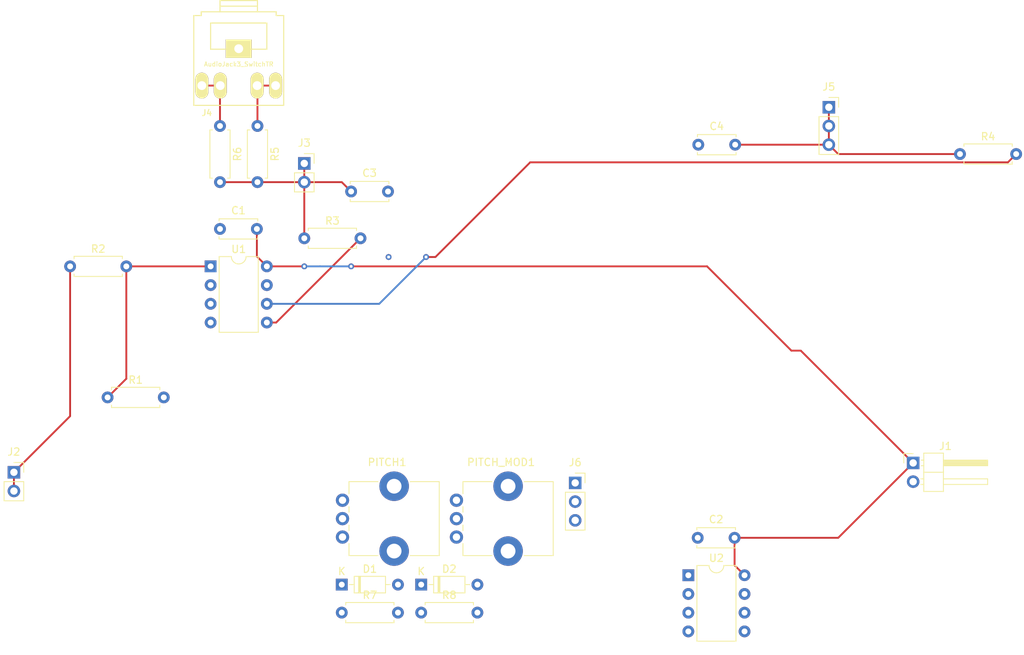
<source format=kicad_pcb>
(kicad_pcb (version 20171130) (host pcbnew "(5.1.9)-1")

  (general
    (thickness 1.6)
    (drawings 0)
    (tracks 48)
    (zones 0)
    (modules 24)
    (nets 23)
  )

  (page A4)
  (layers
    (0 F.Cu signal)
    (31 B.Cu signal)
    (32 B.Adhes user)
    (33 F.Adhes user)
    (34 B.Paste user)
    (35 F.Paste user)
    (36 B.SilkS user)
    (37 F.SilkS user)
    (38 B.Mask user)
    (39 F.Mask user)
    (40 Dwgs.User user)
    (41 Cmts.User user)
    (42 Eco1.User user)
    (43 Eco2.User user)
    (44 Edge.Cuts user)
    (45 Margin user)
    (46 B.CrtYd user)
    (47 F.CrtYd user)
    (48 B.Fab user)
    (49 F.Fab user)
  )

  (setup
    (last_trace_width 0.25)
    (trace_clearance 0.2)
    (zone_clearance 0.508)
    (zone_45_only yes)
    (trace_min 0.2)
    (via_size 0.8)
    (via_drill 0.4)
    (via_min_size 0.4)
    (via_min_drill 0.3)
    (uvia_size 0.3)
    (uvia_drill 0.1)
    (uvias_allowed no)
    (uvia_min_size 0.2)
    (uvia_min_drill 0.1)
    (edge_width 0.05)
    (segment_width 0.2)
    (pcb_text_width 0.3)
    (pcb_text_size 1.5 1.5)
    (mod_edge_width 0.12)
    (mod_text_size 1 1)
    (mod_text_width 0.15)
    (pad_size 1.524 1.524)
    (pad_drill 0.762)
    (pad_to_mask_clearance 0)
    (aux_axis_origin 0 0)
    (visible_elements 7FFFFFFF)
    (pcbplotparams
      (layerselection 0x010fc_ffffffff)
      (usegerberextensions false)
      (usegerberattributes true)
      (usegerberadvancedattributes true)
      (creategerberjobfile true)
      (excludeedgelayer true)
      (linewidth 0.100000)
      (plotframeref false)
      (viasonmask false)
      (mode 1)
      (useauxorigin false)
      (hpglpennumber 1)
      (hpglpenspeed 20)
      (hpglpendiameter 15.000000)
      (psnegative false)
      (psa4output false)
      (plotreference true)
      (plotvalue true)
      (plotinvisibletext false)
      (padsonsilk false)
      (subtractmaskfromsilk false)
      (outputformat 1)
      (mirror false)
      (drillshape 1)
      (scaleselection 1)
      (outputdirectory ""))
  )

  (net 0 "")
  (net 1 GND)
  (net 2 VCC)
  (net 3 "Net-(U2-Pad7)")
  (net 4 "Net-(U2-Pad3)")
  (net 5 "Net-(U2-Pad6)")
  (net 6 "Net-(U2-Pad2)")
  (net 7 "Net-(U2-Pad5)")
  (net 8 "Net-(U2-Pad1)")
  (net 9 "Net-(J2-Pad1)")
  (net 10 "Net-(R1-Pad1)")
  (net 11 "Net-(C3-Pad1)")
  (net 12 "Net-(C4-Pad2)")
  (net 13 "Net-(R3-Pad2)")
  (net 14 "Net-(R4-Pad2)")
  (net 15 "Net-(J4-PadR)")
  (net 16 "Net-(J4-PadT)")
  (net 17 WS_2_Mix)
  (net 18 Pitch_Mix)
  (net 19 WS_1_Mix)
  (net 20 "Net-(D1-Pad2)")
  (net 21 "Net-(D2-Pad2)")
  (net 22 "Net-(J6-Pad1)")

  (net_class Default "This is the default net class."
    (clearance 0.2)
    (trace_width 0.25)
    (via_dia 0.8)
    (via_drill 0.4)
    (uvia_dia 0.3)
    (uvia_drill 0.1)
    (add_net GND)
    (add_net "Net-(C3-Pad1)")
    (add_net "Net-(C4-Pad2)")
    (add_net "Net-(D1-Pad2)")
    (add_net "Net-(D2-Pad2)")
    (add_net "Net-(J2-Pad1)")
    (add_net "Net-(J4-PadR)")
    (add_net "Net-(J4-PadT)")
    (add_net "Net-(J6-Pad1)")
    (add_net "Net-(R1-Pad1)")
    (add_net "Net-(R3-Pad2)")
    (add_net "Net-(R4-Pad2)")
    (add_net "Net-(U2-Pad1)")
    (add_net "Net-(U2-Pad2)")
    (add_net "Net-(U2-Pad3)")
    (add_net "Net-(U2-Pad5)")
    (add_net "Net-(U2-Pad6)")
    (add_net "Net-(U2-Pad7)")
    (add_net Pitch_Mix)
    (add_net VCC)
    (add_net WS_1_Mix)
    (add_net WS_2_Mix)
  )

  (module Resistor_THT:R_Axial_DIN0207_L6.3mm_D2.5mm_P7.62mm_Horizontal (layer F.Cu) (tedit 5AE5139B) (tstamp 601C288A)
    (at 196.19 119.37)
    (descr "Resistor, Axial_DIN0207 series, Axial, Horizontal, pin pitch=7.62mm, 0.25W = 1/4W, length*diameter=6.3*2.5mm^2, http://cdn-reichelt.de/documents/datenblatt/B400/1_4W%23YAG.pdf")
    (tags "Resistor Axial_DIN0207 series Axial Horizontal pin pitch 7.62mm 0.25W = 1/4W length 6.3mm diameter 2.5mm")
    (path /601C7E09)
    (fp_text reference R8 (at 3.81 -2.37) (layer F.SilkS)
      (effects (font (size 1 1) (thickness 0.15)))
    )
    (fp_text value 1M (at 3.81 2.37) (layer F.Fab)
      (effects (font (size 1 1) (thickness 0.15)))
    )
    (fp_text user %R (at 3.81 0) (layer F.Fab)
      (effects (font (size 1 1) (thickness 0.15)))
    )
    (fp_line (start 0.66 -1.25) (end 0.66 1.25) (layer F.Fab) (width 0.1))
    (fp_line (start 0.66 1.25) (end 6.96 1.25) (layer F.Fab) (width 0.1))
    (fp_line (start 6.96 1.25) (end 6.96 -1.25) (layer F.Fab) (width 0.1))
    (fp_line (start 6.96 -1.25) (end 0.66 -1.25) (layer F.Fab) (width 0.1))
    (fp_line (start 0 0) (end 0.66 0) (layer F.Fab) (width 0.1))
    (fp_line (start 7.62 0) (end 6.96 0) (layer F.Fab) (width 0.1))
    (fp_line (start 0.54 -1.04) (end 0.54 -1.37) (layer F.SilkS) (width 0.12))
    (fp_line (start 0.54 -1.37) (end 7.08 -1.37) (layer F.SilkS) (width 0.12))
    (fp_line (start 7.08 -1.37) (end 7.08 -1.04) (layer F.SilkS) (width 0.12))
    (fp_line (start 0.54 1.04) (end 0.54 1.37) (layer F.SilkS) (width 0.12))
    (fp_line (start 0.54 1.37) (end 7.08 1.37) (layer F.SilkS) (width 0.12))
    (fp_line (start 7.08 1.37) (end 7.08 1.04) (layer F.SilkS) (width 0.12))
    (fp_line (start -1.05 -1.5) (end -1.05 1.5) (layer F.CrtYd) (width 0.05))
    (fp_line (start -1.05 1.5) (end 8.67 1.5) (layer F.CrtYd) (width 0.05))
    (fp_line (start 8.67 1.5) (end 8.67 -1.5) (layer F.CrtYd) (width 0.05))
    (fp_line (start 8.67 -1.5) (end -1.05 -1.5) (layer F.CrtYd) (width 0.05))
    (pad 2 thru_hole oval (at 7.62 0) (size 1.6 1.6) (drill 0.8) (layers *.Cu *.Mask)
      (net 1 GND))
    (pad 1 thru_hole circle (at 0 0) (size 1.6 1.6) (drill 0.8) (layers *.Cu *.Mask)
      (net 18 Pitch_Mix))
    (model ${KISYS3DMOD}/Resistor_THT.3dshapes/R_Axial_DIN0207_L6.3mm_D2.5mm_P7.62mm_Horizontal.wrl
      (at (xyz 0 0 0))
      (scale (xyz 1 1 1))
      (rotate (xyz 0 0 0))
    )
  )

  (module Resistor_THT:R_Axial_DIN0207_L6.3mm_D2.5mm_P7.62mm_Horizontal (layer F.Cu) (tedit 5AE5139B) (tstamp 601C2873)
    (at 185.42 119.37)
    (descr "Resistor, Axial_DIN0207 series, Axial, Horizontal, pin pitch=7.62mm, 0.25W = 1/4W, length*diameter=6.3*2.5mm^2, http://cdn-reichelt.de/documents/datenblatt/B400/1_4W%23YAG.pdf")
    (tags "Resistor Axial_DIN0207 series Axial Horizontal pin pitch 7.62mm 0.25W = 1/4W length 6.3mm diameter 2.5mm")
    (path /601C55E8)
    (fp_text reference R7 (at 3.81 -2.37) (layer F.SilkS)
      (effects (font (size 1 1) (thickness 0.15)))
    )
    (fp_text value 100K (at 3.81 2.37) (layer F.Fab)
      (effects (font (size 1 1) (thickness 0.15)))
    )
    (fp_text user %R (at 3.81 0) (layer F.Fab)
      (effects (font (size 1 1) (thickness 0.15)))
    )
    (fp_line (start 0.66 -1.25) (end 0.66 1.25) (layer F.Fab) (width 0.1))
    (fp_line (start 0.66 1.25) (end 6.96 1.25) (layer F.Fab) (width 0.1))
    (fp_line (start 6.96 1.25) (end 6.96 -1.25) (layer F.Fab) (width 0.1))
    (fp_line (start 6.96 -1.25) (end 0.66 -1.25) (layer F.Fab) (width 0.1))
    (fp_line (start 0 0) (end 0.66 0) (layer F.Fab) (width 0.1))
    (fp_line (start 7.62 0) (end 6.96 0) (layer F.Fab) (width 0.1))
    (fp_line (start 0.54 -1.04) (end 0.54 -1.37) (layer F.SilkS) (width 0.12))
    (fp_line (start 0.54 -1.37) (end 7.08 -1.37) (layer F.SilkS) (width 0.12))
    (fp_line (start 7.08 -1.37) (end 7.08 -1.04) (layer F.SilkS) (width 0.12))
    (fp_line (start 0.54 1.04) (end 0.54 1.37) (layer F.SilkS) (width 0.12))
    (fp_line (start 0.54 1.37) (end 7.08 1.37) (layer F.SilkS) (width 0.12))
    (fp_line (start 7.08 1.37) (end 7.08 1.04) (layer F.SilkS) (width 0.12))
    (fp_line (start -1.05 -1.5) (end -1.05 1.5) (layer F.CrtYd) (width 0.05))
    (fp_line (start -1.05 1.5) (end 8.67 1.5) (layer F.CrtYd) (width 0.05))
    (fp_line (start 8.67 1.5) (end 8.67 -1.5) (layer F.CrtYd) (width 0.05))
    (fp_line (start 8.67 -1.5) (end -1.05 -1.5) (layer F.CrtYd) (width 0.05))
    (pad 2 thru_hole oval (at 7.62 0) (size 1.6 1.6) (drill 0.8) (layers *.Cu *.Mask)
      (net 21 "Net-(D2-Pad2)"))
    (pad 1 thru_hole circle (at 0 0) (size 1.6 1.6) (drill 0.8) (layers *.Cu *.Mask)
      (net 20 "Net-(D1-Pad2)"))
    (model ${KISYS3DMOD}/Resistor_THT.3dshapes/R_Axial_DIN0207_L6.3mm_D2.5mm_P7.62mm_Horizontal.wrl
      (at (xyz 0 0 0))
      (scale (xyz 1 1 1))
      (rotate (xyz 0 0 0))
    )
  )

  (module Potentiometer_THT:Potentiometer_Alps_RK09K_Single_Vertical (layer F.Cu) (tedit 5A3D4993) (tstamp 601C276A)
    (at 200.97 109.12)
    (descr "Potentiometer, vertical, Alps RK09K Single, http://www.alps.com/prod/info/E/HTML/Potentiometer/RotaryPotentiometers/RK09K/RK09K_list.html")
    (tags "Potentiometer vertical Alps RK09K Single")
    (path /601C9190)
    (fp_text reference PITCH_MOD1 (at 6.05 -10.15) (layer F.SilkS)
      (effects (font (size 1 1) (thickness 0.15)))
    )
    (fp_text value B100K (at 6.05 5.15) (layer F.Fab)
      (effects (font (size 1 1) (thickness 0.15)))
    )
    (fp_text user %R (at 2 -2.5 90) (layer F.Fab)
      (effects (font (size 1 1) (thickness 0.15)))
    )
    (fp_circle (center 7.5 -2.5) (end 10.5 -2.5) (layer F.Fab) (width 0.1))
    (fp_line (start 1 -7.4) (end 1 2.4) (layer F.Fab) (width 0.1))
    (fp_line (start 1 2.4) (end 13 2.4) (layer F.Fab) (width 0.1))
    (fp_line (start 13 2.4) (end 13 -7.4) (layer F.Fab) (width 0.1))
    (fp_line (start 13 -7.4) (end 1 -7.4) (layer F.Fab) (width 0.1))
    (fp_line (start 0.88 -7.521) (end 4.817 -7.521) (layer F.SilkS) (width 0.12))
    (fp_line (start 9.184 -7.521) (end 13.12 -7.521) (layer F.SilkS) (width 0.12))
    (fp_line (start 0.88 2.52) (end 4.817 2.52) (layer F.SilkS) (width 0.12))
    (fp_line (start 9.184 2.52) (end 13.12 2.52) (layer F.SilkS) (width 0.12))
    (fp_line (start 0.88 -7.521) (end 0.88 -5.871) (layer F.SilkS) (width 0.12))
    (fp_line (start 0.88 -4.129) (end 0.88 -3.37) (layer F.SilkS) (width 0.12))
    (fp_line (start 0.88 -1.629) (end 0.88 -0.87) (layer F.SilkS) (width 0.12))
    (fp_line (start 0.88 0.87) (end 0.88 2.52) (layer F.SilkS) (width 0.12))
    (fp_line (start 13.12 -7.521) (end 13.12 2.52) (layer F.SilkS) (width 0.12))
    (fp_line (start -1.15 -9.15) (end -1.15 4.15) (layer F.CrtYd) (width 0.05))
    (fp_line (start -1.15 4.15) (end 13.25 4.15) (layer F.CrtYd) (width 0.05))
    (fp_line (start 13.25 4.15) (end 13.25 -9.15) (layer F.CrtYd) (width 0.05))
    (fp_line (start 13.25 -9.15) (end -1.15 -9.15) (layer F.CrtYd) (width 0.05))
    (pad "" np_thru_hole circle (at 7 1.9) (size 4 4) (drill 2) (layers *.Cu *.Mask))
    (pad "" np_thru_hole circle (at 7 -6.9) (size 4 4) (drill 2) (layers *.Cu *.Mask))
    (pad 1 thru_hole circle (at 0 0) (size 1.8 1.8) (drill 1) (layers *.Cu *.Mask)
      (net 22 "Net-(J6-Pad1)"))
    (pad 2 thru_hole circle (at 0 -2.5) (size 1.8 1.8) (drill 1) (layers *.Cu *.Mask)
      (net 21 "Net-(D2-Pad2)"))
    (pad 3 thru_hole circle (at 0 -5) (size 1.8 1.8) (drill 1) (layers *.Cu *.Mask)
      (net 1 GND))
    (model ${KISYS3DMOD}/Potentiometer_THT.3dshapes/Potentiometer_Alps_RK09K_Single_Vertical.wrl
      (at (xyz 0 0 0))
      (scale (xyz 1 1 1))
      (rotate (xyz 0 0 0))
    )
  )

  (module Potentiometer_THT:Potentiometer_Alps_RK09K_Single_Vertical (layer F.Cu) (tedit 5A3D4993) (tstamp 601C274E)
    (at 185.52 109.12)
    (descr "Potentiometer, vertical, Alps RK09K Single, http://www.alps.com/prod/info/E/HTML/Potentiometer/RotaryPotentiometers/RK09K/RK09K_list.html")
    (tags "Potentiometer vertical Alps RK09K Single")
    (path /601C1C47)
    (fp_text reference PITCH1 (at 6.05 -10.15) (layer F.SilkS)
      (effects (font (size 1 1) (thickness 0.15)))
    )
    (fp_text value B100K (at 6.05 5.15) (layer F.Fab)
      (effects (font (size 1 1) (thickness 0.15)))
    )
    (fp_text user %R (at 2 -2.5 90) (layer F.Fab)
      (effects (font (size 1 1) (thickness 0.15)))
    )
    (fp_circle (center 7.5 -2.5) (end 10.5 -2.5) (layer F.Fab) (width 0.1))
    (fp_line (start 1 -7.4) (end 1 2.4) (layer F.Fab) (width 0.1))
    (fp_line (start 1 2.4) (end 13 2.4) (layer F.Fab) (width 0.1))
    (fp_line (start 13 2.4) (end 13 -7.4) (layer F.Fab) (width 0.1))
    (fp_line (start 13 -7.4) (end 1 -7.4) (layer F.Fab) (width 0.1))
    (fp_line (start 0.88 -7.521) (end 4.817 -7.521) (layer F.SilkS) (width 0.12))
    (fp_line (start 9.184 -7.521) (end 13.12 -7.521) (layer F.SilkS) (width 0.12))
    (fp_line (start 0.88 2.52) (end 4.817 2.52) (layer F.SilkS) (width 0.12))
    (fp_line (start 9.184 2.52) (end 13.12 2.52) (layer F.SilkS) (width 0.12))
    (fp_line (start 0.88 -7.521) (end 0.88 -5.871) (layer F.SilkS) (width 0.12))
    (fp_line (start 0.88 -4.129) (end 0.88 -3.37) (layer F.SilkS) (width 0.12))
    (fp_line (start 0.88 -1.629) (end 0.88 -0.87) (layer F.SilkS) (width 0.12))
    (fp_line (start 0.88 0.87) (end 0.88 2.52) (layer F.SilkS) (width 0.12))
    (fp_line (start 13.12 -7.521) (end 13.12 2.52) (layer F.SilkS) (width 0.12))
    (fp_line (start -1.15 -9.15) (end -1.15 4.15) (layer F.CrtYd) (width 0.05))
    (fp_line (start -1.15 4.15) (end 13.25 4.15) (layer F.CrtYd) (width 0.05))
    (fp_line (start 13.25 4.15) (end 13.25 -9.15) (layer F.CrtYd) (width 0.05))
    (fp_line (start 13.25 -9.15) (end -1.15 -9.15) (layer F.CrtYd) (width 0.05))
    (pad "" np_thru_hole circle (at 7 1.9) (size 4 4) (drill 2) (layers *.Cu *.Mask))
    (pad "" np_thru_hole circle (at 7 -6.9) (size 4 4) (drill 2) (layers *.Cu *.Mask))
    (pad 1 thru_hole circle (at 0 0) (size 1.8 1.8) (drill 1) (layers *.Cu *.Mask)
      (net 2 VCC))
    (pad 2 thru_hole circle (at 0 -2.5) (size 1.8 1.8) (drill 1) (layers *.Cu *.Mask)
      (net 20 "Net-(D1-Pad2)"))
    (pad 3 thru_hole circle (at 0 -5) (size 1.8 1.8) (drill 1) (layers *.Cu *.Mask)
      (net 1 GND))
    (model ${KISYS3DMOD}/Potentiometer_THT.3dshapes/Potentiometer_Alps_RK09K_Single_Vertical.wrl
      (at (xyz 0 0 0))
      (scale (xyz 1 1 1))
      (rotate (xyz 0 0 0))
    )
  )

  (module Connector_PinSocket_2.54mm:PinSocket_1x03_P2.54mm_Vertical (layer F.Cu) (tedit 5A19A429) (tstamp 601C2732)
    (at 217.07 101.77)
    (descr "Through hole straight socket strip, 1x03, 2.54mm pitch, single row (from Kicad 4.0.7), script generated")
    (tags "Through hole socket strip THT 1x03 2.54mm single row")
    (path /601C9A35)
    (fp_text reference J6 (at 0 -2.77) (layer F.SilkS)
      (effects (font (size 1 1) (thickness 0.15)))
    )
    (fp_text value P_PITCH (at 0 7.85) (layer F.Fab)
      (effects (font (size 1 1) (thickness 0.15)))
    )
    (fp_text user %R (at 0 2.54 90) (layer F.Fab)
      (effects (font (size 1 1) (thickness 0.15)))
    )
    (fp_line (start -1.27 -1.27) (end 0.635 -1.27) (layer F.Fab) (width 0.1))
    (fp_line (start 0.635 -1.27) (end 1.27 -0.635) (layer F.Fab) (width 0.1))
    (fp_line (start 1.27 -0.635) (end 1.27 6.35) (layer F.Fab) (width 0.1))
    (fp_line (start 1.27 6.35) (end -1.27 6.35) (layer F.Fab) (width 0.1))
    (fp_line (start -1.27 6.35) (end -1.27 -1.27) (layer F.Fab) (width 0.1))
    (fp_line (start -1.33 1.27) (end 1.33 1.27) (layer F.SilkS) (width 0.12))
    (fp_line (start -1.33 1.27) (end -1.33 6.41) (layer F.SilkS) (width 0.12))
    (fp_line (start -1.33 6.41) (end 1.33 6.41) (layer F.SilkS) (width 0.12))
    (fp_line (start 1.33 1.27) (end 1.33 6.41) (layer F.SilkS) (width 0.12))
    (fp_line (start 1.33 -1.33) (end 1.33 0) (layer F.SilkS) (width 0.12))
    (fp_line (start 0 -1.33) (end 1.33 -1.33) (layer F.SilkS) (width 0.12))
    (fp_line (start -1.8 -1.8) (end 1.75 -1.8) (layer F.CrtYd) (width 0.05))
    (fp_line (start 1.75 -1.8) (end 1.75 6.85) (layer F.CrtYd) (width 0.05))
    (fp_line (start 1.75 6.85) (end -1.8 6.85) (layer F.CrtYd) (width 0.05))
    (fp_line (start -1.8 6.85) (end -1.8 -1.8) (layer F.CrtYd) (width 0.05))
    (pad 3 thru_hole oval (at 0 5.08) (size 1.7 1.7) (drill 1) (layers *.Cu *.Mask)
      (net 22 "Net-(J6-Pad1)"))
    (pad 2 thru_hole oval (at 0 2.54) (size 1.7 1.7) (drill 1) (layers *.Cu *.Mask)
      (net 22 "Net-(J6-Pad1)"))
    (pad 1 thru_hole rect (at 0 0) (size 1.7 1.7) (drill 1) (layers *.Cu *.Mask)
      (net 22 "Net-(J6-Pad1)"))
    (model ${KISYS3DMOD}/Connector_PinSocket_2.54mm.3dshapes/PinSocket_1x03_P2.54mm_Vertical.wrl
      (at (xyz 0 0 0))
      (scale (xyz 1 1 1))
      (rotate (xyz 0 0 0))
    )
  )

  (module Diode_THT:D_DO-35_SOD27_P7.62mm_Horizontal (layer F.Cu) (tedit 5AE50CD5) (tstamp 601C2618)
    (at 196.19 115.57)
    (descr "Diode, DO-35_SOD27 series, Axial, Horizontal, pin pitch=7.62mm, , length*diameter=4*2mm^2, , http://www.diodes.com/_files/packages/DO-35.pdf")
    (tags "Diode DO-35_SOD27 series Axial Horizontal pin pitch 7.62mm  length 4mm diameter 2mm")
    (path /601C516D)
    (fp_text reference D2 (at 3.81 -2.12) (layer F.SilkS)
      (effects (font (size 1 1) (thickness 0.15)))
    )
    (fp_text value "Zener 5V1" (at 3.81 2.12) (layer F.Fab)
      (effects (font (size 1 1) (thickness 0.15)))
    )
    (fp_text user K (at 0 -1.8) (layer F.SilkS)
      (effects (font (size 1 1) (thickness 0.15)))
    )
    (fp_text user K (at 0 -1.8) (layer F.Fab)
      (effects (font (size 1 1) (thickness 0.15)))
    )
    (fp_text user %R (at 4.11 0) (layer F.Fab)
      (effects (font (size 0.8 0.8) (thickness 0.12)))
    )
    (fp_line (start 1.81 -1) (end 1.81 1) (layer F.Fab) (width 0.1))
    (fp_line (start 1.81 1) (end 5.81 1) (layer F.Fab) (width 0.1))
    (fp_line (start 5.81 1) (end 5.81 -1) (layer F.Fab) (width 0.1))
    (fp_line (start 5.81 -1) (end 1.81 -1) (layer F.Fab) (width 0.1))
    (fp_line (start 0 0) (end 1.81 0) (layer F.Fab) (width 0.1))
    (fp_line (start 7.62 0) (end 5.81 0) (layer F.Fab) (width 0.1))
    (fp_line (start 2.41 -1) (end 2.41 1) (layer F.Fab) (width 0.1))
    (fp_line (start 2.51 -1) (end 2.51 1) (layer F.Fab) (width 0.1))
    (fp_line (start 2.31 -1) (end 2.31 1) (layer F.Fab) (width 0.1))
    (fp_line (start 1.69 -1.12) (end 1.69 1.12) (layer F.SilkS) (width 0.12))
    (fp_line (start 1.69 1.12) (end 5.93 1.12) (layer F.SilkS) (width 0.12))
    (fp_line (start 5.93 1.12) (end 5.93 -1.12) (layer F.SilkS) (width 0.12))
    (fp_line (start 5.93 -1.12) (end 1.69 -1.12) (layer F.SilkS) (width 0.12))
    (fp_line (start 1.04 0) (end 1.69 0) (layer F.SilkS) (width 0.12))
    (fp_line (start 6.58 0) (end 5.93 0) (layer F.SilkS) (width 0.12))
    (fp_line (start 2.41 -1.12) (end 2.41 1.12) (layer F.SilkS) (width 0.12))
    (fp_line (start 2.53 -1.12) (end 2.53 1.12) (layer F.SilkS) (width 0.12))
    (fp_line (start 2.29 -1.12) (end 2.29 1.12) (layer F.SilkS) (width 0.12))
    (fp_line (start -1.05 -1.25) (end -1.05 1.25) (layer F.CrtYd) (width 0.05))
    (fp_line (start -1.05 1.25) (end 8.67 1.25) (layer F.CrtYd) (width 0.05))
    (fp_line (start 8.67 1.25) (end 8.67 -1.25) (layer F.CrtYd) (width 0.05))
    (fp_line (start 8.67 -1.25) (end -1.05 -1.25) (layer F.CrtYd) (width 0.05))
    (pad 2 thru_hole oval (at 7.62 0) (size 1.6 1.6) (drill 0.8) (layers *.Cu *.Mask)
      (net 21 "Net-(D2-Pad2)"))
    (pad 1 thru_hole rect (at 0 0) (size 1.6 1.6) (drill 0.8) (layers *.Cu *.Mask)
      (net 18 Pitch_Mix))
    (model ${KISYS3DMOD}/Diode_THT.3dshapes/D_DO-35_SOD27_P7.62mm_Horizontal.wrl
      (at (xyz 0 0 0))
      (scale (xyz 1 1 1))
      (rotate (xyz 0 0 0))
    )
  )

  (module Diode_THT:D_DO-35_SOD27_P7.62mm_Horizontal (layer F.Cu) (tedit 5AE50CD5) (tstamp 601C25F9)
    (at 185.42 115.57)
    (descr "Diode, DO-35_SOD27 series, Axial, Horizontal, pin pitch=7.62mm, , length*diameter=4*2mm^2, , http://www.diodes.com/_files/packages/DO-35.pdf")
    (tags "Diode DO-35_SOD27 series Axial Horizontal pin pitch 7.62mm  length 4mm diameter 2mm")
    (path /601C40FE)
    (fp_text reference D1 (at 3.81 -2.12) (layer F.SilkS)
      (effects (font (size 1 1) (thickness 0.15)))
    )
    (fp_text value "Zener 5V1" (at 3.81 2.12) (layer F.Fab)
      (effects (font (size 1 1) (thickness 0.15)))
    )
    (fp_text user K (at 0 -1.8) (layer F.SilkS)
      (effects (font (size 1 1) (thickness 0.15)))
    )
    (fp_text user K (at 0 -1.8) (layer F.Fab)
      (effects (font (size 1 1) (thickness 0.15)))
    )
    (fp_text user %R (at 4.11 0) (layer F.Fab)
      (effects (font (size 0.8 0.8) (thickness 0.12)))
    )
    (fp_line (start 1.81 -1) (end 1.81 1) (layer F.Fab) (width 0.1))
    (fp_line (start 1.81 1) (end 5.81 1) (layer F.Fab) (width 0.1))
    (fp_line (start 5.81 1) (end 5.81 -1) (layer F.Fab) (width 0.1))
    (fp_line (start 5.81 -1) (end 1.81 -1) (layer F.Fab) (width 0.1))
    (fp_line (start 0 0) (end 1.81 0) (layer F.Fab) (width 0.1))
    (fp_line (start 7.62 0) (end 5.81 0) (layer F.Fab) (width 0.1))
    (fp_line (start 2.41 -1) (end 2.41 1) (layer F.Fab) (width 0.1))
    (fp_line (start 2.51 -1) (end 2.51 1) (layer F.Fab) (width 0.1))
    (fp_line (start 2.31 -1) (end 2.31 1) (layer F.Fab) (width 0.1))
    (fp_line (start 1.69 -1.12) (end 1.69 1.12) (layer F.SilkS) (width 0.12))
    (fp_line (start 1.69 1.12) (end 5.93 1.12) (layer F.SilkS) (width 0.12))
    (fp_line (start 5.93 1.12) (end 5.93 -1.12) (layer F.SilkS) (width 0.12))
    (fp_line (start 5.93 -1.12) (end 1.69 -1.12) (layer F.SilkS) (width 0.12))
    (fp_line (start 1.04 0) (end 1.69 0) (layer F.SilkS) (width 0.12))
    (fp_line (start 6.58 0) (end 5.93 0) (layer F.SilkS) (width 0.12))
    (fp_line (start 2.41 -1.12) (end 2.41 1.12) (layer F.SilkS) (width 0.12))
    (fp_line (start 2.53 -1.12) (end 2.53 1.12) (layer F.SilkS) (width 0.12))
    (fp_line (start 2.29 -1.12) (end 2.29 1.12) (layer F.SilkS) (width 0.12))
    (fp_line (start -1.05 -1.25) (end -1.05 1.25) (layer F.CrtYd) (width 0.05))
    (fp_line (start -1.05 1.25) (end 8.67 1.25) (layer F.CrtYd) (width 0.05))
    (fp_line (start 8.67 1.25) (end 8.67 -1.25) (layer F.CrtYd) (width 0.05))
    (fp_line (start 8.67 -1.25) (end -1.05 -1.25) (layer F.CrtYd) (width 0.05))
    (pad 2 thru_hole oval (at 7.62 0) (size 1.6 1.6) (drill 0.8) (layers *.Cu *.Mask)
      (net 20 "Net-(D1-Pad2)"))
    (pad 1 thru_hole rect (at 0 0) (size 1.6 1.6) (drill 0.8) (layers *.Cu *.Mask)
      (net 18 Pitch_Mix))
    (model ${KISYS3DMOD}/Diode_THT.3dshapes/D_DO-35_SOD27_P7.62mm_Horizontal.wrl
      (at (xyz 0 0 0))
      (scale (xyz 1 1 1))
      (rotate (xyz 0 0 0))
    )
  )

  (module Package_DIP:DIP-8_W7.62mm (layer F.Cu) (tedit 5A02E8C5) (tstamp 601B6415)
    (at 232.41 114.3)
    (descr "8-lead though-hole mounted DIP package, row spacing 7.62 mm (300 mils)")
    (tags "THT DIP DIL PDIP 2.54mm 7.62mm 300mil")
    (path /601AC065)
    (fp_text reference U2 (at 3.81 -2.33) (layer F.SilkS)
      (effects (font (size 1 1) (thickness 0.15)))
    )
    (fp_text value ATtiny85-LFO (at 3.81 9.95) (layer F.Fab)
      (effects (font (size 1 1) (thickness 0.15)))
    )
    (fp_line (start 8.7 -1.55) (end -1.1 -1.55) (layer F.CrtYd) (width 0.05))
    (fp_line (start 8.7 9.15) (end 8.7 -1.55) (layer F.CrtYd) (width 0.05))
    (fp_line (start -1.1 9.15) (end 8.7 9.15) (layer F.CrtYd) (width 0.05))
    (fp_line (start -1.1 -1.55) (end -1.1 9.15) (layer F.CrtYd) (width 0.05))
    (fp_line (start 6.46 -1.33) (end 4.81 -1.33) (layer F.SilkS) (width 0.12))
    (fp_line (start 6.46 8.95) (end 6.46 -1.33) (layer F.SilkS) (width 0.12))
    (fp_line (start 1.16 8.95) (end 6.46 8.95) (layer F.SilkS) (width 0.12))
    (fp_line (start 1.16 -1.33) (end 1.16 8.95) (layer F.SilkS) (width 0.12))
    (fp_line (start 2.81 -1.33) (end 1.16 -1.33) (layer F.SilkS) (width 0.12))
    (fp_line (start 0.635 -0.27) (end 1.635 -1.27) (layer F.Fab) (width 0.1))
    (fp_line (start 0.635 8.89) (end 0.635 -0.27) (layer F.Fab) (width 0.1))
    (fp_line (start 6.985 8.89) (end 0.635 8.89) (layer F.Fab) (width 0.1))
    (fp_line (start 6.985 -1.27) (end 6.985 8.89) (layer F.Fab) (width 0.1))
    (fp_line (start 1.635 -1.27) (end 6.985 -1.27) (layer F.Fab) (width 0.1))
    (fp_text user %R (at 3.81 3.81) (layer F.Fab)
      (effects (font (size 1 1) (thickness 0.15)))
    )
    (fp_arc (start 3.81 -1.33) (end 2.81 -1.33) (angle -180) (layer F.SilkS) (width 0.12))
    (pad 8 thru_hole oval (at 7.62 0) (size 1.6 1.6) (drill 0.8) (layers *.Cu *.Mask)
      (net 2 VCC))
    (pad 4 thru_hole oval (at 0 7.62) (size 1.6 1.6) (drill 0.8) (layers *.Cu *.Mask)
      (net 1 GND))
    (pad 7 thru_hole oval (at 7.62 2.54) (size 1.6 1.6) (drill 0.8) (layers *.Cu *.Mask)
      (net 3 "Net-(U2-Pad7)"))
    (pad 3 thru_hole oval (at 0 5.08) (size 1.6 1.6) (drill 0.8) (layers *.Cu *.Mask)
      (net 4 "Net-(U2-Pad3)"))
    (pad 6 thru_hole oval (at 7.62 5.08) (size 1.6 1.6) (drill 0.8) (layers *.Cu *.Mask)
      (net 5 "Net-(U2-Pad6)"))
    (pad 2 thru_hole oval (at 0 2.54) (size 1.6 1.6) (drill 0.8) (layers *.Cu *.Mask)
      (net 6 "Net-(U2-Pad2)"))
    (pad 5 thru_hole oval (at 7.62 7.62) (size 1.6 1.6) (drill 0.8) (layers *.Cu *.Mask)
      (net 7 "Net-(U2-Pad5)"))
    (pad 1 thru_hole rect (at 0 0) (size 1.6 1.6) (drill 0.8) (layers *.Cu *.Mask)
      (net 8 "Net-(U2-Pad1)"))
    (model ${KISYS3DMOD}/Package_DIP.3dshapes/DIP-8_W7.62mm.wrl
      (at (xyz 0 0 0))
      (scale (xyz 1 1 1))
      (rotate (xyz 0 0 0))
    )
  )

  (module Package_DIP:DIP-8_W7.62mm (layer F.Cu) (tedit 5A02E8C5) (tstamp 601B63F9)
    (at 167.64 72.39)
    (descr "8-lead though-hole mounted DIP package, row spacing 7.62 mm (300 mils)")
    (tags "THT DIP DIL PDIP 2.54mm 7.62mm 300mil")
    (path /601A9D18)
    (fp_text reference U1 (at 3.81 -2.33) (layer F.SilkS)
      (effects (font (size 1 1) (thickness 0.15)))
    )
    (fp_text value ATtiny85-VCO (at 3.81 9.95) (layer F.Fab)
      (effects (font (size 1 1) (thickness 0.15)))
    )
    (fp_line (start 8.7 -1.55) (end -1.1 -1.55) (layer F.CrtYd) (width 0.05))
    (fp_line (start 8.7 9.15) (end 8.7 -1.55) (layer F.CrtYd) (width 0.05))
    (fp_line (start -1.1 9.15) (end 8.7 9.15) (layer F.CrtYd) (width 0.05))
    (fp_line (start -1.1 -1.55) (end -1.1 9.15) (layer F.CrtYd) (width 0.05))
    (fp_line (start 6.46 -1.33) (end 4.81 -1.33) (layer F.SilkS) (width 0.12))
    (fp_line (start 6.46 8.95) (end 6.46 -1.33) (layer F.SilkS) (width 0.12))
    (fp_line (start 1.16 8.95) (end 6.46 8.95) (layer F.SilkS) (width 0.12))
    (fp_line (start 1.16 -1.33) (end 1.16 8.95) (layer F.SilkS) (width 0.12))
    (fp_line (start 2.81 -1.33) (end 1.16 -1.33) (layer F.SilkS) (width 0.12))
    (fp_line (start 0.635 -0.27) (end 1.635 -1.27) (layer F.Fab) (width 0.1))
    (fp_line (start 0.635 8.89) (end 0.635 -0.27) (layer F.Fab) (width 0.1))
    (fp_line (start 6.985 8.89) (end 0.635 8.89) (layer F.Fab) (width 0.1))
    (fp_line (start 6.985 -1.27) (end 6.985 8.89) (layer F.Fab) (width 0.1))
    (fp_line (start 1.635 -1.27) (end 6.985 -1.27) (layer F.Fab) (width 0.1))
    (fp_text user %R (at 3.81 3.81) (layer F.Fab)
      (effects (font (size 1 1) (thickness 0.15)))
    )
    (fp_arc (start 3.81 -1.33) (end 2.81 -1.33) (angle -180) (layer F.SilkS) (width 0.12))
    (pad 8 thru_hole oval (at 7.62 0) (size 1.6 1.6) (drill 0.8) (layers *.Cu *.Mask)
      (net 2 VCC))
    (pad 4 thru_hole oval (at 0 7.62) (size 1.6 1.6) (drill 0.8) (layers *.Cu *.Mask)
      (net 1 GND))
    (pad 7 thru_hole oval (at 7.62 2.54) (size 1.6 1.6) (drill 0.8) (layers *.Cu *.Mask)
      (net 17 WS_2_Mix))
    (pad 3 thru_hole oval (at 0 5.08) (size 1.6 1.6) (drill 0.8) (layers *.Cu *.Mask)
      (net 18 Pitch_Mix))
    (pad 6 thru_hole oval (at 7.62 5.08) (size 1.6 1.6) (drill 0.8) (layers *.Cu *.Mask)
      (net 14 "Net-(R4-Pad2)"))
    (pad 2 thru_hole oval (at 0 2.54) (size 1.6 1.6) (drill 0.8) (layers *.Cu *.Mask)
      (net 19 WS_1_Mix))
    (pad 5 thru_hole oval (at 7.62 7.62) (size 1.6 1.6) (drill 0.8) (layers *.Cu *.Mask)
      (net 13 "Net-(R3-Pad2)"))
    (pad 1 thru_hole rect (at 0 0) (size 1.6 1.6) (drill 0.8) (layers *.Cu *.Mask)
      (net 10 "Net-(R1-Pad1)"))
    (model ${KISYS3DMOD}/Package_DIP.3dshapes/DIP-8_W7.62mm.wrl
      (at (xyz 0 0 0))
      (scale (xyz 1 1 1))
      (rotate (xyz 0 0 0))
    )
  )

  (module Resistor_THT:R_Axial_DIN0207_L6.3mm_D2.5mm_P7.62mm_Horizontal (layer F.Cu) (tedit 5AE5139B) (tstamp 601B63DD)
    (at 168.91 53.34 270)
    (descr "Resistor, Axial_DIN0207 series, Axial, Horizontal, pin pitch=7.62mm, 0.25W = 1/4W, length*diameter=6.3*2.5mm^2, http://cdn-reichelt.de/documents/datenblatt/B400/1_4W%23YAG.pdf")
    (tags "Resistor Axial_DIN0207 series Axial Horizontal pin pitch 7.62mm 0.25W = 1/4W length 6.3mm diameter 2.5mm")
    (path /601C2A5A)
    (fp_text reference R6 (at 3.81 -2.37 90) (layer F.SilkS)
      (effects (font (size 1 1) (thickness 0.15)))
    )
    (fp_text value 1K (at 3.81 2.37 90) (layer F.Fab)
      (effects (font (size 1 1) (thickness 0.15)))
    )
    (fp_line (start 8.67 -1.5) (end -1.05 -1.5) (layer F.CrtYd) (width 0.05))
    (fp_line (start 8.67 1.5) (end 8.67 -1.5) (layer F.CrtYd) (width 0.05))
    (fp_line (start -1.05 1.5) (end 8.67 1.5) (layer F.CrtYd) (width 0.05))
    (fp_line (start -1.05 -1.5) (end -1.05 1.5) (layer F.CrtYd) (width 0.05))
    (fp_line (start 7.08 1.37) (end 7.08 1.04) (layer F.SilkS) (width 0.12))
    (fp_line (start 0.54 1.37) (end 7.08 1.37) (layer F.SilkS) (width 0.12))
    (fp_line (start 0.54 1.04) (end 0.54 1.37) (layer F.SilkS) (width 0.12))
    (fp_line (start 7.08 -1.37) (end 7.08 -1.04) (layer F.SilkS) (width 0.12))
    (fp_line (start 0.54 -1.37) (end 7.08 -1.37) (layer F.SilkS) (width 0.12))
    (fp_line (start 0.54 -1.04) (end 0.54 -1.37) (layer F.SilkS) (width 0.12))
    (fp_line (start 7.62 0) (end 6.96 0) (layer F.Fab) (width 0.1))
    (fp_line (start 0 0) (end 0.66 0) (layer F.Fab) (width 0.1))
    (fp_line (start 6.96 -1.25) (end 0.66 -1.25) (layer F.Fab) (width 0.1))
    (fp_line (start 6.96 1.25) (end 6.96 -1.25) (layer F.Fab) (width 0.1))
    (fp_line (start 0.66 1.25) (end 6.96 1.25) (layer F.Fab) (width 0.1))
    (fp_line (start 0.66 -1.25) (end 0.66 1.25) (layer F.Fab) (width 0.1))
    (fp_text user %R (at 3.81 0 90) (layer F.Fab)
      (effects (font (size 1 1) (thickness 0.15)))
    )
    (pad 2 thru_hole oval (at 7.62 0 270) (size 1.6 1.6) (drill 0.8) (layers *.Cu *.Mask)
      (net 11 "Net-(C3-Pad1)"))
    (pad 1 thru_hole circle (at 0 0 270) (size 1.6 1.6) (drill 0.8) (layers *.Cu *.Mask)
      (net 16 "Net-(J4-PadT)"))
    (model ${KISYS3DMOD}/Resistor_THT.3dshapes/R_Axial_DIN0207_L6.3mm_D2.5mm_P7.62mm_Horizontal.wrl
      (at (xyz 0 0 0))
      (scale (xyz 1 1 1))
      (rotate (xyz 0 0 0))
    )
  )

  (module Resistor_THT:R_Axial_DIN0207_L6.3mm_D2.5mm_P7.62mm_Horizontal (layer F.Cu) (tedit 5AE5139B) (tstamp 601B63C6)
    (at 173.99 53.34 270)
    (descr "Resistor, Axial_DIN0207 series, Axial, Horizontal, pin pitch=7.62mm, 0.25W = 1/4W, length*diameter=6.3*2.5mm^2, http://cdn-reichelt.de/documents/datenblatt/B400/1_4W%23YAG.pdf")
    (tags "Resistor Axial_DIN0207 series Axial Horizontal pin pitch 7.62mm 0.25W = 1/4W length 6.3mm diameter 2.5mm")
    (path /601C241E)
    (fp_text reference R5 (at 3.81 -2.37 90) (layer F.SilkS)
      (effects (font (size 1 1) (thickness 0.15)))
    )
    (fp_text value 1K (at 3.81 2.37 90) (layer F.Fab)
      (effects (font (size 1 1) (thickness 0.15)))
    )
    (fp_line (start 8.67 -1.5) (end -1.05 -1.5) (layer F.CrtYd) (width 0.05))
    (fp_line (start 8.67 1.5) (end 8.67 -1.5) (layer F.CrtYd) (width 0.05))
    (fp_line (start -1.05 1.5) (end 8.67 1.5) (layer F.CrtYd) (width 0.05))
    (fp_line (start -1.05 -1.5) (end -1.05 1.5) (layer F.CrtYd) (width 0.05))
    (fp_line (start 7.08 1.37) (end 7.08 1.04) (layer F.SilkS) (width 0.12))
    (fp_line (start 0.54 1.37) (end 7.08 1.37) (layer F.SilkS) (width 0.12))
    (fp_line (start 0.54 1.04) (end 0.54 1.37) (layer F.SilkS) (width 0.12))
    (fp_line (start 7.08 -1.37) (end 7.08 -1.04) (layer F.SilkS) (width 0.12))
    (fp_line (start 0.54 -1.37) (end 7.08 -1.37) (layer F.SilkS) (width 0.12))
    (fp_line (start 0.54 -1.04) (end 0.54 -1.37) (layer F.SilkS) (width 0.12))
    (fp_line (start 7.62 0) (end 6.96 0) (layer F.Fab) (width 0.1))
    (fp_line (start 0 0) (end 0.66 0) (layer F.Fab) (width 0.1))
    (fp_line (start 6.96 -1.25) (end 0.66 -1.25) (layer F.Fab) (width 0.1))
    (fp_line (start 6.96 1.25) (end 6.96 -1.25) (layer F.Fab) (width 0.1))
    (fp_line (start 0.66 1.25) (end 6.96 1.25) (layer F.Fab) (width 0.1))
    (fp_line (start 0.66 -1.25) (end 0.66 1.25) (layer F.Fab) (width 0.1))
    (fp_text user %R (at 3.81 0 90) (layer F.Fab)
      (effects (font (size 1 1) (thickness 0.15)))
    )
    (pad 2 thru_hole oval (at 7.62 0 270) (size 1.6 1.6) (drill 0.8) (layers *.Cu *.Mask)
      (net 11 "Net-(C3-Pad1)"))
    (pad 1 thru_hole circle (at 0 0 270) (size 1.6 1.6) (drill 0.8) (layers *.Cu *.Mask)
      (net 15 "Net-(J4-PadR)"))
    (model ${KISYS3DMOD}/Resistor_THT.3dshapes/R_Axial_DIN0207_L6.3mm_D2.5mm_P7.62mm_Horizontal.wrl
      (at (xyz 0 0 0))
      (scale (xyz 1 1 1))
      (rotate (xyz 0 0 0))
    )
  )

  (module Resistor_THT:R_Axial_DIN0207_L6.3mm_D2.5mm_P7.62mm_Horizontal (layer F.Cu) (tedit 5AE5139B) (tstamp 601B63AF)
    (at 269.24 57.15)
    (descr "Resistor, Axial_DIN0207 series, Axial, Horizontal, pin pitch=7.62mm, 0.25W = 1/4W, length*diameter=6.3*2.5mm^2, http://cdn-reichelt.de/documents/datenblatt/B400/1_4W%23YAG.pdf")
    (tags "Resistor Axial_DIN0207 series Axial Horizontal pin pitch 7.62mm 0.25W = 1/4W length 6.3mm diameter 2.5mm")
    (path /601B0878)
    (fp_text reference R4 (at 3.81 -2.37) (layer F.SilkS)
      (effects (font (size 1 1) (thickness 0.15)))
    )
    (fp_text value 1K (at 3.81 2.37) (layer F.Fab)
      (effects (font (size 1 1) (thickness 0.15)))
    )
    (fp_line (start 8.67 -1.5) (end -1.05 -1.5) (layer F.CrtYd) (width 0.05))
    (fp_line (start 8.67 1.5) (end 8.67 -1.5) (layer F.CrtYd) (width 0.05))
    (fp_line (start -1.05 1.5) (end 8.67 1.5) (layer F.CrtYd) (width 0.05))
    (fp_line (start -1.05 -1.5) (end -1.05 1.5) (layer F.CrtYd) (width 0.05))
    (fp_line (start 7.08 1.37) (end 7.08 1.04) (layer F.SilkS) (width 0.12))
    (fp_line (start 0.54 1.37) (end 7.08 1.37) (layer F.SilkS) (width 0.12))
    (fp_line (start 0.54 1.04) (end 0.54 1.37) (layer F.SilkS) (width 0.12))
    (fp_line (start 7.08 -1.37) (end 7.08 -1.04) (layer F.SilkS) (width 0.12))
    (fp_line (start 0.54 -1.37) (end 7.08 -1.37) (layer F.SilkS) (width 0.12))
    (fp_line (start 0.54 -1.04) (end 0.54 -1.37) (layer F.SilkS) (width 0.12))
    (fp_line (start 7.62 0) (end 6.96 0) (layer F.Fab) (width 0.1))
    (fp_line (start 0 0) (end 0.66 0) (layer F.Fab) (width 0.1))
    (fp_line (start 6.96 -1.25) (end 0.66 -1.25) (layer F.Fab) (width 0.1))
    (fp_line (start 6.96 1.25) (end 6.96 -1.25) (layer F.Fab) (width 0.1))
    (fp_line (start 0.66 1.25) (end 6.96 1.25) (layer F.Fab) (width 0.1))
    (fp_line (start 0.66 -1.25) (end 0.66 1.25) (layer F.Fab) (width 0.1))
    (fp_text user %R (at 3.81 0) (layer F.Fab)
      (effects (font (size 1 1) (thickness 0.15)))
    )
    (pad 2 thru_hole oval (at 7.62 0) (size 1.6 1.6) (drill 0.8) (layers *.Cu *.Mask)
      (net 14 "Net-(R4-Pad2)"))
    (pad 1 thru_hole circle (at 0 0) (size 1.6 1.6) (drill 0.8) (layers *.Cu *.Mask)
      (net 12 "Net-(C4-Pad2)"))
    (model ${KISYS3DMOD}/Resistor_THT.3dshapes/R_Axial_DIN0207_L6.3mm_D2.5mm_P7.62mm_Horizontal.wrl
      (at (xyz 0 0 0))
      (scale (xyz 1 1 1))
      (rotate (xyz 0 0 0))
    )
  )

  (module Resistor_THT:R_Axial_DIN0207_L6.3mm_D2.5mm_P7.62mm_Horizontal (layer F.Cu) (tedit 5AE5139B) (tstamp 601B6398)
    (at 180.34 68.58)
    (descr "Resistor, Axial_DIN0207 series, Axial, Horizontal, pin pitch=7.62mm, 0.25W = 1/4W, length*diameter=6.3*2.5mm^2, http://cdn-reichelt.de/documents/datenblatt/B400/1_4W%23YAG.pdf")
    (tags "Resistor Axial_DIN0207 series Axial Horizontal pin pitch 7.62mm 0.25W = 1/4W length 6.3mm diameter 2.5mm")
    (path /601B210F)
    (fp_text reference R3 (at 3.81 -2.37) (layer F.SilkS)
      (effects (font (size 1 1) (thickness 0.15)))
    )
    (fp_text value 1K (at 3.81 2.37) (layer F.Fab)
      (effects (font (size 1 1) (thickness 0.15)))
    )
    (fp_line (start 8.67 -1.5) (end -1.05 -1.5) (layer F.CrtYd) (width 0.05))
    (fp_line (start 8.67 1.5) (end 8.67 -1.5) (layer F.CrtYd) (width 0.05))
    (fp_line (start -1.05 1.5) (end 8.67 1.5) (layer F.CrtYd) (width 0.05))
    (fp_line (start -1.05 -1.5) (end -1.05 1.5) (layer F.CrtYd) (width 0.05))
    (fp_line (start 7.08 1.37) (end 7.08 1.04) (layer F.SilkS) (width 0.12))
    (fp_line (start 0.54 1.37) (end 7.08 1.37) (layer F.SilkS) (width 0.12))
    (fp_line (start 0.54 1.04) (end 0.54 1.37) (layer F.SilkS) (width 0.12))
    (fp_line (start 7.08 -1.37) (end 7.08 -1.04) (layer F.SilkS) (width 0.12))
    (fp_line (start 0.54 -1.37) (end 7.08 -1.37) (layer F.SilkS) (width 0.12))
    (fp_line (start 0.54 -1.04) (end 0.54 -1.37) (layer F.SilkS) (width 0.12))
    (fp_line (start 7.62 0) (end 6.96 0) (layer F.Fab) (width 0.1))
    (fp_line (start 0 0) (end 0.66 0) (layer F.Fab) (width 0.1))
    (fp_line (start 6.96 -1.25) (end 0.66 -1.25) (layer F.Fab) (width 0.1))
    (fp_line (start 6.96 1.25) (end 6.96 -1.25) (layer F.Fab) (width 0.1))
    (fp_line (start 0.66 1.25) (end 6.96 1.25) (layer F.Fab) (width 0.1))
    (fp_line (start 0.66 -1.25) (end 0.66 1.25) (layer F.Fab) (width 0.1))
    (fp_text user %R (at 3.81 0) (layer F.Fab)
      (effects (font (size 1 1) (thickness 0.15)))
    )
    (pad 2 thru_hole oval (at 7.62 0) (size 1.6 1.6) (drill 0.8) (layers *.Cu *.Mask)
      (net 13 "Net-(R3-Pad2)"))
    (pad 1 thru_hole circle (at 0 0) (size 1.6 1.6) (drill 0.8) (layers *.Cu *.Mask)
      (net 11 "Net-(C3-Pad1)"))
    (model ${KISYS3DMOD}/Resistor_THT.3dshapes/R_Axial_DIN0207_L6.3mm_D2.5mm_P7.62mm_Horizontal.wrl
      (at (xyz 0 0 0))
      (scale (xyz 1 1 1))
      (rotate (xyz 0 0 0))
    )
  )

  (module Resistor_THT:R_Axial_DIN0207_L6.3mm_D2.5mm_P7.62mm_Horizontal (layer F.Cu) (tedit 5AE5139B) (tstamp 601B6381)
    (at 148.59 72.39)
    (descr "Resistor, Axial_DIN0207 series, Axial, Horizontal, pin pitch=7.62mm, 0.25W = 1/4W, length*diameter=6.3*2.5mm^2, http://cdn-reichelt.de/documents/datenblatt/B400/1_4W%23YAG.pdf")
    (tags "Resistor Axial_DIN0207 series Axial Horizontal pin pitch 7.62mm 0.25W = 1/4W length 6.3mm diameter 2.5mm")
    (path /601AF7CA)
    (fp_text reference R2 (at 3.81 -2.37) (layer F.SilkS)
      (effects (font (size 1 1) (thickness 0.15)))
    )
    (fp_text value 220K (at 3.81 2.37) (layer F.Fab)
      (effects (font (size 1 1) (thickness 0.15)))
    )
    (fp_line (start 8.67 -1.5) (end -1.05 -1.5) (layer F.CrtYd) (width 0.05))
    (fp_line (start 8.67 1.5) (end 8.67 -1.5) (layer F.CrtYd) (width 0.05))
    (fp_line (start -1.05 1.5) (end 8.67 1.5) (layer F.CrtYd) (width 0.05))
    (fp_line (start -1.05 -1.5) (end -1.05 1.5) (layer F.CrtYd) (width 0.05))
    (fp_line (start 7.08 1.37) (end 7.08 1.04) (layer F.SilkS) (width 0.12))
    (fp_line (start 0.54 1.37) (end 7.08 1.37) (layer F.SilkS) (width 0.12))
    (fp_line (start 0.54 1.04) (end 0.54 1.37) (layer F.SilkS) (width 0.12))
    (fp_line (start 7.08 -1.37) (end 7.08 -1.04) (layer F.SilkS) (width 0.12))
    (fp_line (start 0.54 -1.37) (end 7.08 -1.37) (layer F.SilkS) (width 0.12))
    (fp_line (start 0.54 -1.04) (end 0.54 -1.37) (layer F.SilkS) (width 0.12))
    (fp_line (start 7.62 0) (end 6.96 0) (layer F.Fab) (width 0.1))
    (fp_line (start 0 0) (end 0.66 0) (layer F.Fab) (width 0.1))
    (fp_line (start 6.96 -1.25) (end 0.66 -1.25) (layer F.Fab) (width 0.1))
    (fp_line (start 6.96 1.25) (end 6.96 -1.25) (layer F.Fab) (width 0.1))
    (fp_line (start 0.66 1.25) (end 6.96 1.25) (layer F.Fab) (width 0.1))
    (fp_line (start 0.66 -1.25) (end 0.66 1.25) (layer F.Fab) (width 0.1))
    (fp_text user %R (at 3.81 0) (layer F.Fab)
      (effects (font (size 1 1) (thickness 0.15)))
    )
    (pad 2 thru_hole oval (at 7.62 0) (size 1.6 1.6) (drill 0.8) (layers *.Cu *.Mask)
      (net 10 "Net-(R1-Pad1)"))
    (pad 1 thru_hole circle (at 0 0) (size 1.6 1.6) (drill 0.8) (layers *.Cu *.Mask)
      (net 9 "Net-(J2-Pad1)"))
    (model ${KISYS3DMOD}/Resistor_THT.3dshapes/R_Axial_DIN0207_L6.3mm_D2.5mm_P7.62mm_Horizontal.wrl
      (at (xyz 0 0 0))
      (scale (xyz 1 1 1))
      (rotate (xyz 0 0 0))
    )
  )

  (module Resistor_THT:R_Axial_DIN0207_L6.3mm_D2.5mm_P7.62mm_Horizontal (layer F.Cu) (tedit 5AE5139B) (tstamp 601B636A)
    (at 153.67 90.17)
    (descr "Resistor, Axial_DIN0207 series, Axial, Horizontal, pin pitch=7.62mm, 0.25W = 1/4W, length*diameter=6.3*2.5mm^2, http://cdn-reichelt.de/documents/datenblatt/B400/1_4W%23YAG.pdf")
    (tags "Resistor Axial_DIN0207 series Axial Horizontal pin pitch 7.62mm 0.25W = 1/4W length 6.3mm diameter 2.5mm")
    (path /601AEF5D)
    (fp_text reference R1 (at 3.81 -2.37) (layer F.SilkS)
      (effects (font (size 1 1) (thickness 0.15)))
    )
    (fp_text value 100K (at 3.81 2.37) (layer F.Fab)
      (effects (font (size 1 1) (thickness 0.15)))
    )
    (fp_line (start 8.67 -1.5) (end -1.05 -1.5) (layer F.CrtYd) (width 0.05))
    (fp_line (start 8.67 1.5) (end 8.67 -1.5) (layer F.CrtYd) (width 0.05))
    (fp_line (start -1.05 1.5) (end 8.67 1.5) (layer F.CrtYd) (width 0.05))
    (fp_line (start -1.05 -1.5) (end -1.05 1.5) (layer F.CrtYd) (width 0.05))
    (fp_line (start 7.08 1.37) (end 7.08 1.04) (layer F.SilkS) (width 0.12))
    (fp_line (start 0.54 1.37) (end 7.08 1.37) (layer F.SilkS) (width 0.12))
    (fp_line (start 0.54 1.04) (end 0.54 1.37) (layer F.SilkS) (width 0.12))
    (fp_line (start 7.08 -1.37) (end 7.08 -1.04) (layer F.SilkS) (width 0.12))
    (fp_line (start 0.54 -1.37) (end 7.08 -1.37) (layer F.SilkS) (width 0.12))
    (fp_line (start 0.54 -1.04) (end 0.54 -1.37) (layer F.SilkS) (width 0.12))
    (fp_line (start 7.62 0) (end 6.96 0) (layer F.Fab) (width 0.1))
    (fp_line (start 0 0) (end 0.66 0) (layer F.Fab) (width 0.1))
    (fp_line (start 6.96 -1.25) (end 0.66 -1.25) (layer F.Fab) (width 0.1))
    (fp_line (start 6.96 1.25) (end 6.96 -1.25) (layer F.Fab) (width 0.1))
    (fp_line (start 0.66 1.25) (end 6.96 1.25) (layer F.Fab) (width 0.1))
    (fp_line (start 0.66 -1.25) (end 0.66 1.25) (layer F.Fab) (width 0.1))
    (fp_text user %R (at 3.81 0) (layer F.Fab)
      (effects (font (size 1 1) (thickness 0.15)))
    )
    (pad 2 thru_hole oval (at 7.62 0) (size 1.6 1.6) (drill 0.8) (layers *.Cu *.Mask)
      (net 1 GND))
    (pad 1 thru_hole circle (at 0 0) (size 1.6 1.6) (drill 0.8) (layers *.Cu *.Mask)
      (net 10 "Net-(R1-Pad1)"))
    (model ${KISYS3DMOD}/Resistor_THT.3dshapes/R_Axial_DIN0207_L6.3mm_D2.5mm_P7.62mm_Horizontal.wrl
      (at (xyz 0 0 0))
      (scale (xyz 1 1 1))
      (rotate (xyz 0 0 0))
    )
  )

  (module Connector_PinSocket_2.54mm:PinSocket_1x03_P2.54mm_Vertical (layer F.Cu) (tedit 5A19A429) (tstamp 601B6353)
    (at 251.46 50.8)
    (descr "Through hole straight socket strip, 1x03, 2.54mm pitch, single row (from Kicad 4.0.7), script generated")
    (tags "Through hole socket strip THT 1x03 2.54mm single row")
    (path /601B9B03)
    (fp_text reference J5 (at 0 -2.77) (layer F.SilkS)
      (effects (font (size 1 1) (thickness 0.15)))
    )
    (fp_text value P_SQR (at 0 7.85) (layer F.Fab)
      (effects (font (size 1 1) (thickness 0.15)))
    )
    (fp_line (start -1.8 6.85) (end -1.8 -1.8) (layer F.CrtYd) (width 0.05))
    (fp_line (start 1.75 6.85) (end -1.8 6.85) (layer F.CrtYd) (width 0.05))
    (fp_line (start 1.75 -1.8) (end 1.75 6.85) (layer F.CrtYd) (width 0.05))
    (fp_line (start -1.8 -1.8) (end 1.75 -1.8) (layer F.CrtYd) (width 0.05))
    (fp_line (start 0 -1.33) (end 1.33 -1.33) (layer F.SilkS) (width 0.12))
    (fp_line (start 1.33 -1.33) (end 1.33 0) (layer F.SilkS) (width 0.12))
    (fp_line (start 1.33 1.27) (end 1.33 6.41) (layer F.SilkS) (width 0.12))
    (fp_line (start -1.33 6.41) (end 1.33 6.41) (layer F.SilkS) (width 0.12))
    (fp_line (start -1.33 1.27) (end -1.33 6.41) (layer F.SilkS) (width 0.12))
    (fp_line (start -1.33 1.27) (end 1.33 1.27) (layer F.SilkS) (width 0.12))
    (fp_line (start -1.27 6.35) (end -1.27 -1.27) (layer F.Fab) (width 0.1))
    (fp_line (start 1.27 6.35) (end -1.27 6.35) (layer F.Fab) (width 0.1))
    (fp_line (start 1.27 -0.635) (end 1.27 6.35) (layer F.Fab) (width 0.1))
    (fp_line (start 0.635 -1.27) (end 1.27 -0.635) (layer F.Fab) (width 0.1))
    (fp_line (start -1.27 -1.27) (end 0.635 -1.27) (layer F.Fab) (width 0.1))
    (fp_text user %R (at 0 2.54 90) (layer F.Fab)
      (effects (font (size 1 1) (thickness 0.15)))
    )
    (pad 3 thru_hole oval (at 0 5.08) (size 1.7 1.7) (drill 1) (layers *.Cu *.Mask)
      (net 12 "Net-(C4-Pad2)"))
    (pad 2 thru_hole oval (at 0 2.54) (size 1.7 1.7) (drill 1) (layers *.Cu *.Mask)
      (net 12 "Net-(C4-Pad2)"))
    (pad 1 thru_hole rect (at 0 0) (size 1.7 1.7) (drill 1) (layers *.Cu *.Mask)
      (net 12 "Net-(C4-Pad2)"))
    (model ${KISYS3DMOD}/Connector_PinSocket_2.54mm.3dshapes/PinSocket_1x03_P2.54mm_Vertical.wrl
      (at (xyz 0 0 0))
      (scale (xyz 1 1 1))
      (rotate (xyz 0 0 0))
    )
  )

  (module kastard:Tayda_3.5mm_stereo_TRS_jack_A-853 (layer F.Cu) (tedit 601ACCAC) (tstamp 601B633C)
    (at 171.45 44.45)
    (path /601BEEF8)
    (fp_text reference J4 (at -4.318 7.112) (layer F.SilkS)
      (effects (font (size 0.8 0.8) (thickness 0.15)))
    )
    (fp_text value AudioJack3_SwitchTR (at 0 0.508) (layer F.SilkS)
      (effects (font (size 0.6 0.6) (thickness 0.1)))
    )
    (fp_line (start 6.096 6.096) (end -6.096 6.096) (layer F.SilkS) (width 0.15))
    (fp_line (start 6.096 -6.096) (end 6.096 6.096) (layer F.SilkS) (width 0.15))
    (fp_line (start -6.096 6.096) (end -6.096 -6.096) (layer F.SilkS) (width 0.15))
    (fp_line (start -2.54 -8.128) (end 2.54 -8.128) (layer F.SilkS) (width 0.15))
    (fp_line (start 5.08 -6.604) (end 5.08 -6.096) (layer F.SilkS) (width 0.15))
    (fp_line (start -5.08 -6.604) (end 5.08 -6.604) (layer F.SilkS) (width 0.15))
    (fp_line (start -5.08 -6.35) (end -5.08 -6.604) (layer F.SilkS) (width 0.15))
    (fp_line (start -5.08 -6.096) (end -5.08 -6.35) (layer F.SilkS) (width 0.15))
    (fp_line (start -2.54 -7.366) (end 2.54 -7.366) (layer F.SilkS) (width 0.15))
    (fp_line (start 2.54 -6.604) (end 2.54 -8.128) (layer F.SilkS) (width 0.15))
    (fp_line (start -2.54 -8.128) (end -2.54 -6.604) (layer F.SilkS) (width 0.15))
    (fp_line (start 6.096 -6.096) (end 5.08 -6.096) (layer F.SilkS) (width 0.15))
    (fp_line (start -5.08 -6.096) (end -6.096 -6.096) (layer F.SilkS) (width 0.15))
    (fp_line (start 3.81 -1.524) (end 1.778 -1.524) (layer F.SilkS) (width 0.15))
    (fp_line (start 3.81 -5.08) (end 3.81 -1.524) (layer F.SilkS) (width 0.15))
    (fp_line (start -3.81 -5.08) (end 3.81 -5.08) (layer F.SilkS) (width 0.15))
    (fp_line (start -3.81 -1.524) (end -3.81 -5.08) (layer F.SilkS) (width 0.15))
    (fp_line (start -1.778 -1.524) (end -3.81 -1.524) (layer F.SilkS) (width 0.15))
    (pad S thru_hole rect (at 0 -1.596) (size 3.5 2.5) (drill 1.2) (layers *.Cu *.Mask F.SilkS)
      (net 1 GND))
    (pad R thru_hole oval (at 5 3.41) (size 1.75 3.5) (drill 1.2) (layers *.Cu *.Mask F.SilkS)
      (net 15 "Net-(J4-PadR)"))
    (pad T thru_hole oval (at -5 3.41) (size 1.75 3.5) (drill 1.2) (layers *.Cu *.Mask F.SilkS)
      (net 16 "Net-(J4-PadT)"))
    (pad RN thru_hole oval (at 2.5 3.41) (size 1.75 3.5) (drill 1.2) (layers *.Cu *.Mask F.SilkS)
      (net 15 "Net-(J4-PadR)"))
    (pad TN thru_hole oval (at -2.5 3.41) (size 1.75 3.5) (drill 1.2) (layers *.Cu *.Mask F.SilkS)
      (net 16 "Net-(J4-PadT)"))
  )

  (module Connector_PinSocket_2.54mm:PinSocket_1x02_P2.54mm_Vertical (layer F.Cu) (tedit 5A19A420) (tstamp 601B6321)
    (at 180.34 58.42)
    (descr "Through hole straight socket strip, 1x02, 2.54mm pitch, single row (from Kicad 4.0.7), script generated")
    (tags "Through hole socket strip THT 1x02 2.54mm single row")
    (path /601BC4C0)
    (fp_text reference J3 (at 0 -2.77) (layer F.SilkS)
      (effects (font (size 1 1) (thickness 0.15)))
    )
    (fp_text value WAVE (at 0 5.31) (layer F.Fab)
      (effects (font (size 1 1) (thickness 0.15)))
    )
    (fp_line (start -1.8 4.3) (end -1.8 -1.8) (layer F.CrtYd) (width 0.05))
    (fp_line (start 1.75 4.3) (end -1.8 4.3) (layer F.CrtYd) (width 0.05))
    (fp_line (start 1.75 -1.8) (end 1.75 4.3) (layer F.CrtYd) (width 0.05))
    (fp_line (start -1.8 -1.8) (end 1.75 -1.8) (layer F.CrtYd) (width 0.05))
    (fp_line (start 0 -1.33) (end 1.33 -1.33) (layer F.SilkS) (width 0.12))
    (fp_line (start 1.33 -1.33) (end 1.33 0) (layer F.SilkS) (width 0.12))
    (fp_line (start 1.33 1.27) (end 1.33 3.87) (layer F.SilkS) (width 0.12))
    (fp_line (start -1.33 3.87) (end 1.33 3.87) (layer F.SilkS) (width 0.12))
    (fp_line (start -1.33 1.27) (end -1.33 3.87) (layer F.SilkS) (width 0.12))
    (fp_line (start -1.33 1.27) (end 1.33 1.27) (layer F.SilkS) (width 0.12))
    (fp_line (start -1.27 3.81) (end -1.27 -1.27) (layer F.Fab) (width 0.1))
    (fp_line (start 1.27 3.81) (end -1.27 3.81) (layer F.Fab) (width 0.1))
    (fp_line (start 1.27 -0.635) (end 1.27 3.81) (layer F.Fab) (width 0.1))
    (fp_line (start 0.635 -1.27) (end 1.27 -0.635) (layer F.Fab) (width 0.1))
    (fp_line (start -1.27 -1.27) (end 0.635 -1.27) (layer F.Fab) (width 0.1))
    (fp_text user %R (at 0 1.27 90) (layer F.Fab)
      (effects (font (size 1 1) (thickness 0.15)))
    )
    (pad 2 thru_hole oval (at 0 2.54) (size 1.7 1.7) (drill 1) (layers *.Cu *.Mask)
      (net 11 "Net-(C3-Pad1)"))
    (pad 1 thru_hole rect (at 0 0) (size 1.7 1.7) (drill 1) (layers *.Cu *.Mask)
      (net 11 "Net-(C3-Pad1)"))
    (model ${KISYS3DMOD}/Connector_PinSocket_2.54mm.3dshapes/PinSocket_1x02_P2.54mm_Vertical.wrl
      (at (xyz 0 0 0))
      (scale (xyz 1 1 1))
      (rotate (xyz 0 0 0))
    )
  )

  (module Connector_PinSocket_2.54mm:PinSocket_1x02_P2.54mm_Vertical (layer F.Cu) (tedit 5A19A420) (tstamp 601B630B)
    (at 140.97 100.33)
    (descr "Through hole straight socket strip, 1x02, 2.54mm pitch, single row (from Kicad 4.0.7), script generated")
    (tags "Through hole socket strip THT 1x02 2.54mm single row")
    (path /601AD865)
    (fp_text reference J2 (at 0 -2.77) (layer F.SilkS)
      (effects (font (size 1 1) (thickness 0.15)))
    )
    (fp_text value TYPE (at 0 5.31) (layer F.Fab)
      (effects (font (size 1 1) (thickness 0.15)))
    )
    (fp_line (start -1.8 4.3) (end -1.8 -1.8) (layer F.CrtYd) (width 0.05))
    (fp_line (start 1.75 4.3) (end -1.8 4.3) (layer F.CrtYd) (width 0.05))
    (fp_line (start 1.75 -1.8) (end 1.75 4.3) (layer F.CrtYd) (width 0.05))
    (fp_line (start -1.8 -1.8) (end 1.75 -1.8) (layer F.CrtYd) (width 0.05))
    (fp_line (start 0 -1.33) (end 1.33 -1.33) (layer F.SilkS) (width 0.12))
    (fp_line (start 1.33 -1.33) (end 1.33 0) (layer F.SilkS) (width 0.12))
    (fp_line (start 1.33 1.27) (end 1.33 3.87) (layer F.SilkS) (width 0.12))
    (fp_line (start -1.33 3.87) (end 1.33 3.87) (layer F.SilkS) (width 0.12))
    (fp_line (start -1.33 1.27) (end -1.33 3.87) (layer F.SilkS) (width 0.12))
    (fp_line (start -1.33 1.27) (end 1.33 1.27) (layer F.SilkS) (width 0.12))
    (fp_line (start -1.27 3.81) (end -1.27 -1.27) (layer F.Fab) (width 0.1))
    (fp_line (start 1.27 3.81) (end -1.27 3.81) (layer F.Fab) (width 0.1))
    (fp_line (start 1.27 -0.635) (end 1.27 3.81) (layer F.Fab) (width 0.1))
    (fp_line (start 0.635 -1.27) (end 1.27 -0.635) (layer F.Fab) (width 0.1))
    (fp_line (start -1.27 -1.27) (end 0.635 -1.27) (layer F.Fab) (width 0.1))
    (fp_text user %R (at 0 1.27 90) (layer F.Fab)
      (effects (font (size 1 1) (thickness 0.15)))
    )
    (pad 2 thru_hole oval (at 0 2.54) (size 1.7 1.7) (drill 1) (layers *.Cu *.Mask)
      (net 9 "Net-(J2-Pad1)"))
    (pad 1 thru_hole rect (at 0 0) (size 1.7 1.7) (drill 1) (layers *.Cu *.Mask)
      (net 9 "Net-(J2-Pad1)"))
    (model ${KISYS3DMOD}/Connector_PinSocket_2.54mm.3dshapes/PinSocket_1x02_P2.54mm_Vertical.wrl
      (at (xyz 0 0 0))
      (scale (xyz 1 1 1))
      (rotate (xyz 0 0 0))
    )
  )

  (module Connector_PinHeader_2.54mm:PinHeader_1x02_P2.54mm_Horizontal (layer F.Cu) (tedit 59FED5CB) (tstamp 601B62F5)
    (at 262.89 99.06)
    (descr "Through hole angled pin header, 1x02, 2.54mm pitch, 6mm pin length, single row")
    (tags "Through hole angled pin header THT 1x02 2.54mm single row")
    (path /601BD08F)
    (fp_text reference J1 (at 4.385 -2.27) (layer F.SilkS)
      (effects (font (size 1 1) (thickness 0.15)))
    )
    (fp_text value Power (at 4.385 4.81) (layer F.Fab)
      (effects (font (size 1 1) (thickness 0.15)))
    )
    (fp_line (start 10.55 -1.8) (end -1.8 -1.8) (layer F.CrtYd) (width 0.05))
    (fp_line (start 10.55 4.35) (end 10.55 -1.8) (layer F.CrtYd) (width 0.05))
    (fp_line (start -1.8 4.35) (end 10.55 4.35) (layer F.CrtYd) (width 0.05))
    (fp_line (start -1.8 -1.8) (end -1.8 4.35) (layer F.CrtYd) (width 0.05))
    (fp_line (start -1.27 -1.27) (end 0 -1.27) (layer F.SilkS) (width 0.12))
    (fp_line (start -1.27 0) (end -1.27 -1.27) (layer F.SilkS) (width 0.12))
    (fp_line (start 1.042929 2.92) (end 1.44 2.92) (layer F.SilkS) (width 0.12))
    (fp_line (start 1.042929 2.16) (end 1.44 2.16) (layer F.SilkS) (width 0.12))
    (fp_line (start 10.1 2.92) (end 4.1 2.92) (layer F.SilkS) (width 0.12))
    (fp_line (start 10.1 2.16) (end 10.1 2.92) (layer F.SilkS) (width 0.12))
    (fp_line (start 4.1 2.16) (end 10.1 2.16) (layer F.SilkS) (width 0.12))
    (fp_line (start 1.44 1.27) (end 4.1 1.27) (layer F.SilkS) (width 0.12))
    (fp_line (start 1.11 0.38) (end 1.44 0.38) (layer F.SilkS) (width 0.12))
    (fp_line (start 1.11 -0.38) (end 1.44 -0.38) (layer F.SilkS) (width 0.12))
    (fp_line (start 4.1 0.28) (end 10.1 0.28) (layer F.SilkS) (width 0.12))
    (fp_line (start 4.1 0.16) (end 10.1 0.16) (layer F.SilkS) (width 0.12))
    (fp_line (start 4.1 0.04) (end 10.1 0.04) (layer F.SilkS) (width 0.12))
    (fp_line (start 4.1 -0.08) (end 10.1 -0.08) (layer F.SilkS) (width 0.12))
    (fp_line (start 4.1 -0.2) (end 10.1 -0.2) (layer F.SilkS) (width 0.12))
    (fp_line (start 4.1 -0.32) (end 10.1 -0.32) (layer F.SilkS) (width 0.12))
    (fp_line (start 10.1 0.38) (end 4.1 0.38) (layer F.SilkS) (width 0.12))
    (fp_line (start 10.1 -0.38) (end 10.1 0.38) (layer F.SilkS) (width 0.12))
    (fp_line (start 4.1 -0.38) (end 10.1 -0.38) (layer F.SilkS) (width 0.12))
    (fp_line (start 4.1 -1.33) (end 1.44 -1.33) (layer F.SilkS) (width 0.12))
    (fp_line (start 4.1 3.87) (end 4.1 -1.33) (layer F.SilkS) (width 0.12))
    (fp_line (start 1.44 3.87) (end 4.1 3.87) (layer F.SilkS) (width 0.12))
    (fp_line (start 1.44 -1.33) (end 1.44 3.87) (layer F.SilkS) (width 0.12))
    (fp_line (start 4.04 2.86) (end 10.04 2.86) (layer F.Fab) (width 0.1))
    (fp_line (start 10.04 2.22) (end 10.04 2.86) (layer F.Fab) (width 0.1))
    (fp_line (start 4.04 2.22) (end 10.04 2.22) (layer F.Fab) (width 0.1))
    (fp_line (start -0.32 2.86) (end 1.5 2.86) (layer F.Fab) (width 0.1))
    (fp_line (start -0.32 2.22) (end -0.32 2.86) (layer F.Fab) (width 0.1))
    (fp_line (start -0.32 2.22) (end 1.5 2.22) (layer F.Fab) (width 0.1))
    (fp_line (start 4.04 0.32) (end 10.04 0.32) (layer F.Fab) (width 0.1))
    (fp_line (start 10.04 -0.32) (end 10.04 0.32) (layer F.Fab) (width 0.1))
    (fp_line (start 4.04 -0.32) (end 10.04 -0.32) (layer F.Fab) (width 0.1))
    (fp_line (start -0.32 0.32) (end 1.5 0.32) (layer F.Fab) (width 0.1))
    (fp_line (start -0.32 -0.32) (end -0.32 0.32) (layer F.Fab) (width 0.1))
    (fp_line (start -0.32 -0.32) (end 1.5 -0.32) (layer F.Fab) (width 0.1))
    (fp_line (start 1.5 -0.635) (end 2.135 -1.27) (layer F.Fab) (width 0.1))
    (fp_line (start 1.5 3.81) (end 1.5 -0.635) (layer F.Fab) (width 0.1))
    (fp_line (start 4.04 3.81) (end 1.5 3.81) (layer F.Fab) (width 0.1))
    (fp_line (start 4.04 -1.27) (end 4.04 3.81) (layer F.Fab) (width 0.1))
    (fp_line (start 2.135 -1.27) (end 4.04 -1.27) (layer F.Fab) (width 0.1))
    (fp_text user %R (at 2.77 1.27 90) (layer F.Fab)
      (effects (font (size 1 1) (thickness 0.15)))
    )
    (pad 2 thru_hole oval (at 0 2.54) (size 1.7 1.7) (drill 1) (layers *.Cu *.Mask)
      (net 1 GND))
    (pad 1 thru_hole rect (at 0 0) (size 1.7 1.7) (drill 1) (layers *.Cu *.Mask)
      (net 2 VCC))
    (model ${KISYS3DMOD}/Connector_PinHeader_2.54mm.3dshapes/PinHeader_1x02_P2.54mm_Horizontal.wrl
      (at (xyz 0 0 0))
      (scale (xyz 1 1 1))
      (rotate (xyz 0 0 0))
    )
  )

  (module Capacitor_THT:C_Disc_D5.0mm_W2.5mm_P5.00mm (layer F.Cu) (tedit 5AE50EF0) (tstamp 601B62C2)
    (at 233.76 55.88)
    (descr "C, Disc series, Radial, pin pitch=5.00mm, , diameter*width=5*2.5mm^2, Capacitor, http://cdn-reichelt.de/documents/datenblatt/B300/DS_KERKO_TC.pdf")
    (tags "C Disc series Radial pin pitch 5.00mm  diameter 5mm width 2.5mm Capacitor")
    (path /601B2656)
    (fp_text reference C4 (at 2.5 -2.5) (layer F.SilkS)
      (effects (font (size 1 1) (thickness 0.15)))
    )
    (fp_text value 470nF (at 2.5 2.5) (layer F.Fab)
      (effects (font (size 1 1) (thickness 0.15)))
    )
    (fp_line (start 6.05 -1.5) (end -1.05 -1.5) (layer F.CrtYd) (width 0.05))
    (fp_line (start 6.05 1.5) (end 6.05 -1.5) (layer F.CrtYd) (width 0.05))
    (fp_line (start -1.05 1.5) (end 6.05 1.5) (layer F.CrtYd) (width 0.05))
    (fp_line (start -1.05 -1.5) (end -1.05 1.5) (layer F.CrtYd) (width 0.05))
    (fp_line (start 5.12 1.055) (end 5.12 1.37) (layer F.SilkS) (width 0.12))
    (fp_line (start 5.12 -1.37) (end 5.12 -1.055) (layer F.SilkS) (width 0.12))
    (fp_line (start -0.12 1.055) (end -0.12 1.37) (layer F.SilkS) (width 0.12))
    (fp_line (start -0.12 -1.37) (end -0.12 -1.055) (layer F.SilkS) (width 0.12))
    (fp_line (start -0.12 1.37) (end 5.12 1.37) (layer F.SilkS) (width 0.12))
    (fp_line (start -0.12 -1.37) (end 5.12 -1.37) (layer F.SilkS) (width 0.12))
    (fp_line (start 5 -1.25) (end 0 -1.25) (layer F.Fab) (width 0.1))
    (fp_line (start 5 1.25) (end 5 -1.25) (layer F.Fab) (width 0.1))
    (fp_line (start 0 1.25) (end 5 1.25) (layer F.Fab) (width 0.1))
    (fp_line (start 0 -1.25) (end 0 1.25) (layer F.Fab) (width 0.1))
    (fp_text user %R (at 2.5 0) (layer F.Fab)
      (effects (font (size 1 1) (thickness 0.15)))
    )
    (pad 2 thru_hole circle (at 5 0) (size 1.6 1.6) (drill 0.8) (layers *.Cu *.Mask)
      (net 12 "Net-(C4-Pad2)"))
    (pad 1 thru_hole circle (at 0 0) (size 1.6 1.6) (drill 0.8) (layers *.Cu *.Mask)
      (net 1 GND))
    (model ${KISYS3DMOD}/Capacitor_THT.3dshapes/C_Disc_D5.0mm_W2.5mm_P5.00mm.wrl
      (at (xyz 0 0 0))
      (scale (xyz 1 1 1))
      (rotate (xyz 0 0 0))
    )
  )

  (module Capacitor_THT:C_Disc_D5.0mm_W2.5mm_P5.00mm (layer F.Cu) (tedit 5AE50EF0) (tstamp 601B62AD)
    (at 186.69 62.23)
    (descr "C, Disc series, Radial, pin pitch=5.00mm, , diameter*width=5*2.5mm^2, Capacitor, http://cdn-reichelt.de/documents/datenblatt/B300/DS_KERKO_TC.pdf")
    (tags "C Disc series Radial pin pitch 5.00mm  diameter 5mm width 2.5mm Capacitor")
    (path /601B2BFB)
    (fp_text reference C3 (at 2.5 -2.5) (layer F.SilkS)
      (effects (font (size 1 1) (thickness 0.15)))
    )
    (fp_text value 470nF (at 2.5 2.5) (layer F.Fab)
      (effects (font (size 1 1) (thickness 0.15)))
    )
    (fp_line (start 6.05 -1.5) (end -1.05 -1.5) (layer F.CrtYd) (width 0.05))
    (fp_line (start 6.05 1.5) (end 6.05 -1.5) (layer F.CrtYd) (width 0.05))
    (fp_line (start -1.05 1.5) (end 6.05 1.5) (layer F.CrtYd) (width 0.05))
    (fp_line (start -1.05 -1.5) (end -1.05 1.5) (layer F.CrtYd) (width 0.05))
    (fp_line (start 5.12 1.055) (end 5.12 1.37) (layer F.SilkS) (width 0.12))
    (fp_line (start 5.12 -1.37) (end 5.12 -1.055) (layer F.SilkS) (width 0.12))
    (fp_line (start -0.12 1.055) (end -0.12 1.37) (layer F.SilkS) (width 0.12))
    (fp_line (start -0.12 -1.37) (end -0.12 -1.055) (layer F.SilkS) (width 0.12))
    (fp_line (start -0.12 1.37) (end 5.12 1.37) (layer F.SilkS) (width 0.12))
    (fp_line (start -0.12 -1.37) (end 5.12 -1.37) (layer F.SilkS) (width 0.12))
    (fp_line (start 5 -1.25) (end 0 -1.25) (layer F.Fab) (width 0.1))
    (fp_line (start 5 1.25) (end 5 -1.25) (layer F.Fab) (width 0.1))
    (fp_line (start 0 1.25) (end 5 1.25) (layer F.Fab) (width 0.1))
    (fp_line (start 0 -1.25) (end 0 1.25) (layer F.Fab) (width 0.1))
    (fp_text user %R (at 2.5 0) (layer F.Fab)
      (effects (font (size 1 1) (thickness 0.15)))
    )
    (pad 2 thru_hole circle (at 5 0) (size 1.6 1.6) (drill 0.8) (layers *.Cu *.Mask)
      (net 1 GND))
    (pad 1 thru_hole circle (at 0 0) (size 1.6 1.6) (drill 0.8) (layers *.Cu *.Mask)
      (net 11 "Net-(C3-Pad1)"))
    (model ${KISYS3DMOD}/Capacitor_THT.3dshapes/C_Disc_D5.0mm_W2.5mm_P5.00mm.wrl
      (at (xyz 0 0 0))
      (scale (xyz 1 1 1))
      (rotate (xyz 0 0 0))
    )
  )

  (module Capacitor_THT:C_Disc_D5.0mm_W2.5mm_P5.00mm (layer F.Cu) (tedit 5AE50EF0) (tstamp 601B6298)
    (at 233.68 109.22)
    (descr "C, Disc series, Radial, pin pitch=5.00mm, , diameter*width=5*2.5mm^2, Capacitor, http://cdn-reichelt.de/documents/datenblatt/B300/DS_KERKO_TC.pdf")
    (tags "C Disc series Radial pin pitch 5.00mm  diameter 5mm width 2.5mm Capacitor")
    (path /601B0B8A)
    (fp_text reference C2 (at 2.5 -2.5) (layer F.SilkS)
      (effects (font (size 1 1) (thickness 0.15)))
    )
    (fp_text value 470nF (at 2.5 2.5) (layer F.Fab)
      (effects (font (size 1 1) (thickness 0.15)))
    )
    (fp_line (start 6.05 -1.5) (end -1.05 -1.5) (layer F.CrtYd) (width 0.05))
    (fp_line (start 6.05 1.5) (end 6.05 -1.5) (layer F.CrtYd) (width 0.05))
    (fp_line (start -1.05 1.5) (end 6.05 1.5) (layer F.CrtYd) (width 0.05))
    (fp_line (start -1.05 -1.5) (end -1.05 1.5) (layer F.CrtYd) (width 0.05))
    (fp_line (start 5.12 1.055) (end 5.12 1.37) (layer F.SilkS) (width 0.12))
    (fp_line (start 5.12 -1.37) (end 5.12 -1.055) (layer F.SilkS) (width 0.12))
    (fp_line (start -0.12 1.055) (end -0.12 1.37) (layer F.SilkS) (width 0.12))
    (fp_line (start -0.12 -1.37) (end -0.12 -1.055) (layer F.SilkS) (width 0.12))
    (fp_line (start -0.12 1.37) (end 5.12 1.37) (layer F.SilkS) (width 0.12))
    (fp_line (start -0.12 -1.37) (end 5.12 -1.37) (layer F.SilkS) (width 0.12))
    (fp_line (start 5 -1.25) (end 0 -1.25) (layer F.Fab) (width 0.1))
    (fp_line (start 5 1.25) (end 5 -1.25) (layer F.Fab) (width 0.1))
    (fp_line (start 0 1.25) (end 5 1.25) (layer F.Fab) (width 0.1))
    (fp_line (start 0 -1.25) (end 0 1.25) (layer F.Fab) (width 0.1))
    (fp_text user %R (at 2.5 0) (layer F.Fab)
      (effects (font (size 1 1) (thickness 0.15)))
    )
    (pad 2 thru_hole circle (at 5 0) (size 1.6 1.6) (drill 0.8) (layers *.Cu *.Mask)
      (net 2 VCC))
    (pad 1 thru_hole circle (at 0 0) (size 1.6 1.6) (drill 0.8) (layers *.Cu *.Mask)
      (net 1 GND))
    (model ${KISYS3DMOD}/Capacitor_THT.3dshapes/C_Disc_D5.0mm_W2.5mm_P5.00mm.wrl
      (at (xyz 0 0 0))
      (scale (xyz 1 1 1))
      (rotate (xyz 0 0 0))
    )
  )

  (module Capacitor_THT:C_Disc_D5.0mm_W2.5mm_P5.00mm (layer F.Cu) (tedit 5AE50EF0) (tstamp 601B6283)
    (at 168.91 67.31)
    (descr "C, Disc series, Radial, pin pitch=5.00mm, , diameter*width=5*2.5mm^2, Capacitor, http://cdn-reichelt.de/documents/datenblatt/B300/DS_KERKO_TC.pdf")
    (tags "C Disc series Radial pin pitch 5.00mm  diameter 5mm width 2.5mm Capacitor")
    (path /601B0F95)
    (fp_text reference C1 (at 2.5 -2.5) (layer F.SilkS)
      (effects (font (size 1 1) (thickness 0.15)))
    )
    (fp_text value 470nF (at 2.5 2.5) (layer F.Fab)
      (effects (font (size 1 1) (thickness 0.15)))
    )
    (fp_line (start 6.05 -1.5) (end -1.05 -1.5) (layer F.CrtYd) (width 0.05))
    (fp_line (start 6.05 1.5) (end 6.05 -1.5) (layer F.CrtYd) (width 0.05))
    (fp_line (start -1.05 1.5) (end 6.05 1.5) (layer F.CrtYd) (width 0.05))
    (fp_line (start -1.05 -1.5) (end -1.05 1.5) (layer F.CrtYd) (width 0.05))
    (fp_line (start 5.12 1.055) (end 5.12 1.37) (layer F.SilkS) (width 0.12))
    (fp_line (start 5.12 -1.37) (end 5.12 -1.055) (layer F.SilkS) (width 0.12))
    (fp_line (start -0.12 1.055) (end -0.12 1.37) (layer F.SilkS) (width 0.12))
    (fp_line (start -0.12 -1.37) (end -0.12 -1.055) (layer F.SilkS) (width 0.12))
    (fp_line (start -0.12 1.37) (end 5.12 1.37) (layer F.SilkS) (width 0.12))
    (fp_line (start -0.12 -1.37) (end 5.12 -1.37) (layer F.SilkS) (width 0.12))
    (fp_line (start 5 -1.25) (end 0 -1.25) (layer F.Fab) (width 0.1))
    (fp_line (start 5 1.25) (end 5 -1.25) (layer F.Fab) (width 0.1))
    (fp_line (start 0 1.25) (end 5 1.25) (layer F.Fab) (width 0.1))
    (fp_line (start 0 -1.25) (end 0 1.25) (layer F.Fab) (width 0.1))
    (fp_text user %R (at 2.5 0) (layer F.Fab)
      (effects (font (size 1 1) (thickness 0.15)))
    )
    (pad 2 thru_hole circle (at 5 0) (size 1.6 1.6) (drill 0.8) (layers *.Cu *.Mask)
      (net 2 VCC))
    (pad 1 thru_hole circle (at 0 0) (size 1.6 1.6) (drill 0.8) (layers *.Cu *.Mask)
      (net 1 GND))
    (model ${KISYS3DMOD}/Capacitor_THT.3dshapes/C_Disc_D5.0mm_W2.5mm_P5.00mm.wrl
      (at (xyz 0 0 0))
      (scale (xyz 1 1 1))
      (rotate (xyz 0 0 0))
    )
  )

  (via (at 191.77 71.12) (size 0.8) (drill 0.4) (layers F.Cu B.Cu) (net 1))
  (segment (start 173.91 71.04) (end 175.26 72.39) (width 0.25) (layer F.Cu) (net 2))
  (segment (start 173.91 67.31) (end 173.91 71.04) (width 0.25) (layer F.Cu) (net 2))
  (segment (start 175.26 72.39) (end 180.34 72.39) (width 0.25) (layer F.Cu) (net 2))
  (segment (start 180.34 72.39) (end 182.484998 72.39) (width 0.25) (layer B.Cu) (net 2) (tstamp 601B6FC1))
  (via (at 180.34 72.39) (size 0.8) (drill 0.4) (layers F.Cu B.Cu) (net 2))
  (via (at 186.69 72.39) (size 0.8) (drill 0.4) (layers F.Cu B.Cu) (net 2))
  (segment (start 182.484998 72.39) (end 186.69 72.39) (width 0.25) (layer B.Cu) (net 2))
  (segment (start 234.95 72.39) (end 246.38 83.82) (width 0.25) (layer F.Cu) (net 2))
  (segment (start 186.69 72.39) (end 234.95 72.39) (width 0.25) (layer F.Cu) (net 2))
  (segment (start 247.65 83.82) (end 262.89 99.06) (width 0.25) (layer F.Cu) (net 2))
  (segment (start 246.38 83.82) (end 247.65 83.82) (width 0.25) (layer F.Cu) (net 2))
  (segment (start 238.68 112.95) (end 240.03 114.3) (width 0.25) (layer F.Cu) (net 2))
  (segment (start 238.68 109.22) (end 238.68 112.95) (width 0.25) (layer F.Cu) (net 2))
  (segment (start 252.73 109.22) (end 262.89 99.06) (width 0.25) (layer F.Cu) (net 2))
  (segment (start 238.68 109.22) (end 252.73 109.22) (width 0.25) (layer F.Cu) (net 2))
  (segment (start 148.59 92.71) (end 140.97 100.33) (width 0.25) (layer F.Cu) (net 9))
  (segment (start 148.59 72.39) (end 148.59 92.71) (width 0.25) (layer F.Cu) (net 9))
  (segment (start 140.97 100.33) (end 140.97 102.87) (width 0.25) (layer F.Cu) (net 9))
  (segment (start 167.64 72.39) (end 156.21 72.39) (width 0.25) (layer F.Cu) (net 10))
  (segment (start 156.21 87.63) (end 153.67 90.17) (width 0.25) (layer F.Cu) (net 10))
  (segment (start 156.21 72.39) (end 156.21 87.63) (width 0.25) (layer F.Cu) (net 10))
  (segment (start 180.34 68.58) (end 180.34 60.96) (width 0.25) (layer F.Cu) (net 11))
  (segment (start 180.34 60.96) (end 180.34 58.42) (width 0.25) (layer F.Cu) (net 11))
  (segment (start 185.42 60.96) (end 186.69 62.23) (width 0.25) (layer F.Cu) (net 11))
  (segment (start 180.34 60.96) (end 185.42 60.96) (width 0.25) (layer F.Cu) (net 11))
  (segment (start 180.34 60.96) (end 168.91 60.96) (width 0.25) (layer F.Cu) (net 11))
  (segment (start 252.73 57.15) (end 251.46 55.88) (width 0.25) (layer F.Cu) (net 12))
  (segment (start 269.24 57.15) (end 252.73 57.15) (width 0.25) (layer F.Cu) (net 12))
  (segment (start 238.76 55.88) (end 251.46 55.88) (width 0.25) (layer F.Cu) (net 12))
  (segment (start 251.46 55.88) (end 251.46 53.34) (width 0.25) (layer F.Cu) (net 12))
  (segment (start 251.46 53.34) (end 251.46 50.8) (width 0.25) (layer F.Cu) (net 12))
  (segment (start 176.53 80.01) (end 187.96 68.58) (width 0.25) (layer F.Cu) (net 13))
  (segment (start 175.26 80.01) (end 176.53 80.01) (width 0.25) (layer F.Cu) (net 13))
  (segment (start 210.964999 58.275001) (end 198.12 71.12) (width 0.25) (layer F.Cu) (net 14))
  (segment (start 275.734999 58.275001) (end 210.964999 58.275001) (width 0.25) (layer F.Cu) (net 14))
  (segment (start 276.86 57.15) (end 275.734999 58.275001) (width 0.25) (layer F.Cu) (net 14))
  (via (at 196.85 71.12) (size 0.8) (drill 0.4) (layers F.Cu B.Cu) (net 14))
  (segment (start 198.12 71.12) (end 196.85 71.12) (width 0.25) (layer F.Cu) (net 14))
  (via (at 175.26 77.47) (size 0.8) (drill 0.4) (layers F.Cu B.Cu) (net 14))
  (segment (start 190.5 77.47) (end 175.26 77.47) (width 0.25) (layer B.Cu) (net 14))
  (segment (start 196.85 71.12) (end 190.5 77.47) (width 0.25) (layer B.Cu) (net 14))
  (segment (start 173.99 47.9) (end 173.95 47.86) (width 0.25) (layer F.Cu) (net 15))
  (segment (start 173.99 53.34) (end 173.99 47.9) (width 0.25) (layer F.Cu) (net 15))
  (segment (start 176.45 47.86) (end 173.95 47.86) (width 0.25) (layer F.Cu) (net 15))
  (segment (start 168.91 47.9) (end 168.95 47.86) (width 0.25) (layer F.Cu) (net 16))
  (segment (start 168.91 53.34) (end 168.91 47.9) (width 0.25) (layer F.Cu) (net 16))
  (segment (start 168.95 47.86) (end 166.45 47.86) (width 0.25) (layer F.Cu) (net 16))

)

</source>
